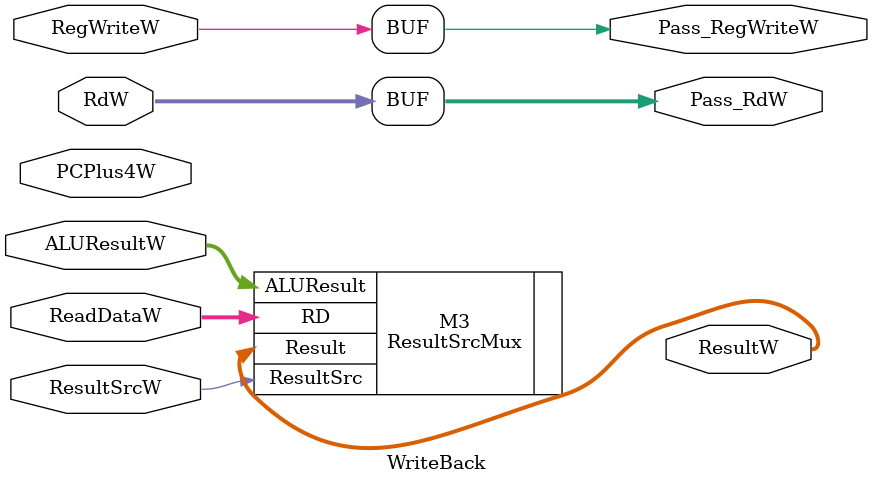
<source format=v>
`include "ResultSrcMux.v"

module WriteBack(
    input wire RegWriteW,
    input wire ResultSrcW,
    input wire [31:0] ALUResultW,
    input wire [31:0] ReadDataW,
    input wire [4:0] RdW,
    input wire [31:0] PCPlus4W,
    output wire Pass_RegWriteW,
    output wire [4:0] Pass_RdW,
    output wire [31:0] ResultW
);

    ResultSrcMux M3 (
        .ResultSrc(ResultSrcW),
        .ALUResult(ALUResultW),
        .RD(ReadDataW),
        .Result(ResultW)
    );

    assign Pass_RegWriteW = RegWriteW;
    assign Pass_RdW = RdW;

endmodule
</source>
